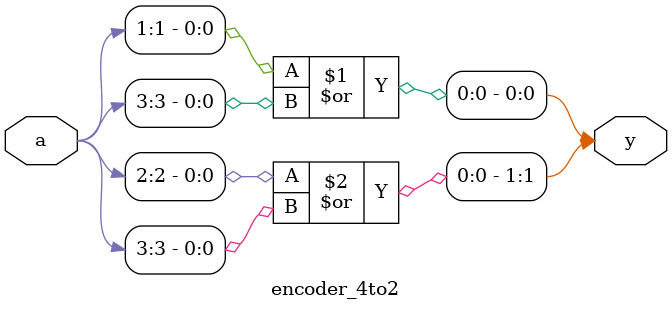
<source format=v>
`timescale 1ns / 1ps


module encoder_4to2(
input [3:0]a,
output [1:0]y
    );
    assign y[0]= a[1] | a[3];
    assign y[1]= a[2] | a[3];
endmodule

</source>
